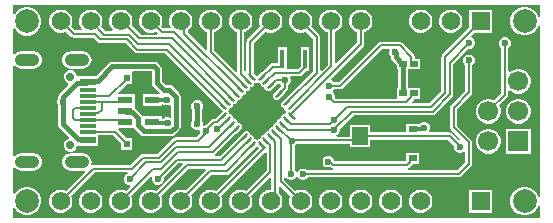
<source format=gbr>
%TF.GenerationSoftware,Altium Limited,Altium Designer,21.4.1 (30)*%
G04 Layer_Physical_Order=1*
G04 Layer_Color=255*
%FSLAX45Y45*%
%MOMM*%
%TF.SameCoordinates,CCA80653-F6CA-46C6-945C-E97865854BA3*%
%TF.FilePolarity,Positive*%
%TF.FileFunction,Copper,L1,Top,Signal*%
%TF.Part,Single*%
G01*
G75*
%TA.AperFunction,SMDPad,CuDef*%
%ADD10R,0.30000X1.60000*%
%TA.AperFunction,ConnectorPad*%
%ADD11R,1.45000X0.60000*%
%ADD12R,1.45000X0.30000*%
%TA.AperFunction,SMDPad,CuDef*%
%ADD13R,0.65000X0.50000*%
G04:AMPARAMS|DCode=14|XSize=0.23928mm|YSize=0.80964mm|CornerRadius=0.11964mm|HoleSize=0mm|Usage=FLASHONLY|Rotation=225.000|XOffset=0mm|YOffset=0mm|HoleType=Round|Shape=RoundedRectangle|*
%AMROUNDEDRECTD14*
21,1,0.23928,0.57035,0,0,225.0*
21,1,0.00000,0.80964,0,0,225.0*
1,1,0.23928,-0.20165,0.20165*
1,1,0.23928,-0.20165,0.20165*
1,1,0.23928,0.20165,-0.20165*
1,1,0.23928,0.20165,-0.20165*
%
%ADD14ROUNDEDRECTD14*%
G04:AMPARAMS|DCode=15|XSize=0.80964mm|YSize=0.23928mm|CornerRadius=0.11964mm|HoleSize=0mm|Usage=FLASHONLY|Rotation=225.000|XOffset=0mm|YOffset=0mm|HoleType=Round|Shape=RoundedRectangle|*
%AMROUNDEDRECTD15*
21,1,0.80964,0.00000,0,0,225.0*
21,1,0.57035,0.23928,0,0,225.0*
1,1,0.23928,-0.20165,-0.20165*
1,1,0.23928,0.20165,0.20165*
1,1,0.23928,0.20165,0.20165*
1,1,0.23928,-0.20165,-0.20165*
%
%ADD15ROUNDEDRECTD15*%
G04:AMPARAMS|DCode=16|XSize=0.80964mm|YSize=0.23928mm|CornerRadius=0mm|HoleSize=0mm|Usage=FLASHONLY|Rotation=225.000|XOffset=0mm|YOffset=0mm|HoleType=Round|Shape=Rectangle|*
%AMROTATEDRECTD16*
4,1,4,0.20165,0.37085,0.37085,0.20165,-0.20165,-0.37085,-0.37085,-0.20165,0.20165,0.37085,0.0*
%
%ADD16ROTATEDRECTD16*%

%ADD17P,4.59620X4X270.0*%
%ADD18R,1.35999X1.52999*%
%ADD19R,1.20000X0.60000*%
%ADD20R,0.50000X0.60000*%
%TA.AperFunction,Conductor*%
%ADD21C,0.20000*%
%ADD22C,0.40000*%
%ADD23C,0.30000*%
%TA.AperFunction,ComponentPad*%
%ADD24C,0.70000*%
%ADD25O,2.10000X1.05000*%
%ADD26C,2.00000*%
%ADD27R,1.57000X1.57000*%
%ADD28C,1.57000*%
%ADD29C,1.70000*%
%ADD30R,1.70000X1.70000*%
%TA.AperFunction,ViaPad*%
%ADD31C,0.60000*%
G36*
X4054801Y1562741D02*
X4042101Y1561069D01*
X4039622Y1570318D01*
X4023824Y1597682D01*
X4001482Y1620024D01*
X3974119Y1635822D01*
X3943598Y1644000D01*
X3912002D01*
X3881482Y1635822D01*
X3854118Y1620024D01*
X3831776Y1597682D01*
X3815978Y1570318D01*
X3807800Y1539798D01*
Y1508202D01*
X3815978Y1477682D01*
X3831776Y1450318D01*
X3854118Y1427976D01*
X3881482Y1412178D01*
X3912002Y1404000D01*
X3943598D01*
X3974119Y1412178D01*
X4001482Y1427976D01*
X4023824Y1450318D01*
X4039622Y1477682D01*
X4042101Y1486931D01*
X4054801Y1485259D01*
Y38741D01*
X4042101Y37069D01*
X4039622Y46318D01*
X4023824Y73682D01*
X4001482Y96024D01*
X3974119Y111822D01*
X3943598Y120000D01*
X3912002D01*
X3881482Y111822D01*
X3854118Y96024D01*
X3831776Y73682D01*
X3815978Y46318D01*
X3807800Y15798D01*
Y-15798D01*
X3815978Y-46318D01*
X3831776Y-73682D01*
X3854118Y-96024D01*
X3881482Y-111822D01*
X3912002Y-120000D01*
X3943598D01*
X3974119Y-111822D01*
X4001482Y-96024D01*
X4023824Y-73682D01*
X4039622Y-46318D01*
X4042101Y-37069D01*
X4054801Y-38741D01*
Y-139702D01*
X-402899D01*
Y-60927D01*
X-390199Y-57524D01*
X-382023Y-71685D01*
X-359681Y-94027D01*
X-332317Y-109826D01*
X-301797Y-118004D01*
X-270201D01*
X-239680Y-109826D01*
X-212317Y-94027D01*
X-189975Y-71685D01*
X-174177Y-44322D01*
X-165999Y-13802D01*
Y17795D01*
X-174177Y48315D01*
X-189975Y75678D01*
X-212317Y98020D01*
X-239680Y113819D01*
X-270201Y121996D01*
X-301797D01*
X-332317Y113819D01*
X-359681Y98020D01*
X-382023Y75678D01*
X-390199Y61517D01*
X-402899Y64920D01*
Y280167D01*
X-390199Y284478D01*
X-386971Y280270D01*
X-371826Y268649D01*
X-354189Y261344D01*
X-335263Y258852D01*
X-230263D01*
X-211337Y261344D01*
X-193700Y268649D01*
X-178555Y280270D01*
X-166934Y295415D01*
X-159629Y313052D01*
X-157137Y331978D01*
X-159629Y350904D01*
X-166934Y368541D01*
X-178555Y383686D01*
X-193700Y395307D01*
X-211337Y402612D01*
X-230263Y405104D01*
X-335263D01*
X-354189Y402612D01*
X-371826Y395307D01*
X-386971Y383686D01*
X-390199Y379478D01*
X-402899Y383789D01*
Y1144168D01*
X-390199Y1148479D01*
X-386971Y1144272D01*
X-371826Y1132651D01*
X-354189Y1125345D01*
X-335263Y1122854D01*
X-230263D01*
X-211337Y1125345D01*
X-193700Y1132651D01*
X-178555Y1144272D01*
X-166934Y1159417D01*
X-159629Y1177053D01*
X-157137Y1195979D01*
X-159629Y1214906D01*
X-166934Y1232542D01*
X-178555Y1247687D01*
X-193700Y1259308D01*
X-211337Y1266613D01*
X-230263Y1269105D01*
X-335263D01*
X-354189Y1266613D01*
X-371826Y1259308D01*
X-386971Y1247687D01*
X-390199Y1243479D01*
X-402899Y1247790D01*
Y1459075D01*
X-390199Y1462478D01*
X-382023Y1448317D01*
X-359681Y1425975D01*
X-332317Y1410176D01*
X-301797Y1401998D01*
X-270201D01*
X-239680Y1410176D01*
X-212317Y1425975D01*
X-189975Y1448317D01*
X-174177Y1475680D01*
X-165999Y1506200D01*
Y1537797D01*
X-174177Y1568317D01*
X-189975Y1595680D01*
X-212317Y1618022D01*
X-239680Y1633821D01*
X-270201Y1641998D01*
X-301797D01*
X-332317Y1633821D01*
X-359681Y1618022D01*
X-382023Y1595680D01*
X-390199Y1581519D01*
X-402899Y1584922D01*
Y1663698D01*
X4054801D01*
Y1562741D01*
D02*
G37*
%LPC*%
G36*
X3314968Y1622500D02*
X3289032D01*
X3263981Y1615787D01*
X3241520Y1602820D01*
X3223180Y1584480D01*
X3210213Y1562019D01*
X3203500Y1536968D01*
Y1511032D01*
X3210213Y1485981D01*
X3223180Y1463520D01*
X3241520Y1445180D01*
X3263981Y1432213D01*
X3289032Y1425500D01*
X3314968D01*
X3340019Y1432213D01*
X3362480Y1445180D01*
X3380820Y1463520D01*
X3393787Y1485981D01*
X3400500Y1511032D01*
Y1536968D01*
X3393787Y1562019D01*
X3380820Y1584480D01*
X3362480Y1602820D01*
X3340019Y1615787D01*
X3314968Y1622500D01*
D02*
G37*
G36*
X3060968D02*
X3035032D01*
X3009981Y1615787D01*
X2987520Y1602820D01*
X2969180Y1584480D01*
X2956213Y1562019D01*
X2949500Y1536968D01*
Y1511032D01*
X2956213Y1485981D01*
X2969180Y1463520D01*
X2987520Y1445180D01*
X3009981Y1432213D01*
X3035032Y1425500D01*
X3060968D01*
X3086019Y1432213D01*
X3108480Y1445180D01*
X3126820Y1463520D01*
X3139787Y1485981D01*
X3146500Y1511032D01*
Y1536968D01*
X3139787Y1562019D01*
X3126820Y1584480D01*
X3108480Y1602820D01*
X3086019Y1615787D01*
X3060968Y1622500D01*
D02*
G37*
G36*
X187740Y1269105D02*
X82740D01*
X63813Y1266613D01*
X46177Y1259308D01*
X31032Y1247687D01*
X19411Y1232542D01*
X12106Y1214906D01*
X9614Y1195979D01*
X12106Y1177053D01*
X19411Y1159417D01*
X31032Y1144272D01*
X46177Y1132651D01*
X63813Y1125345D01*
X82740Y1122854D01*
X187740D01*
X206666Y1125345D01*
X224303Y1132651D01*
X239447Y1144272D01*
X251068Y1159417D01*
X258374Y1177053D01*
X260865Y1195979D01*
X258374Y1214906D01*
X251068Y1232542D01*
X239447Y1247687D01*
X224303Y1259308D01*
X206666Y1266613D01*
X187740Y1269105D01*
D02*
G37*
G36*
X3654500Y1622500D02*
X3457500D01*
Y1468758D01*
X3230532Y1241790D01*
X3223902Y1231866D01*
X3221573Y1220161D01*
X3221573Y1220160D01*
Y932149D01*
X3118511Y829086D01*
X2975870D01*
X2971010Y840819D01*
X2988129Y857939D01*
X2988130Y857939D01*
X2994182Y866997D01*
X3041501D01*
Y956997D01*
X2939787D01*
Y1116999D01*
X2964726D01*
X2967681Y1116412D01*
X2970636Y1116999D01*
X3041501D01*
Y1206999D01*
X2997088D01*
Y1222919D01*
X2994760Y1234624D01*
X2988130Y1244547D01*
X2891210Y1341467D01*
X2881286Y1348098D01*
X2869581Y1350426D01*
X2869580Y1350426D01*
X2707917D01*
X2707916Y1350426D01*
X2696211Y1348098D01*
X2686287Y1341467D01*
X2352912Y1008092D01*
X2313465D01*
X2301665Y1019893D01*
X2294898Y1022695D01*
X2291918Y1037676D01*
X2561628Y1307386D01*
X2561629Y1307386D01*
X2568259Y1317310D01*
X2570588Y1329015D01*
Y1430221D01*
X2578019Y1432213D01*
X2600480Y1445180D01*
X2618820Y1463520D01*
X2631787Y1485981D01*
X2638500Y1511032D01*
Y1536968D01*
X2631787Y1562019D01*
X2618820Y1584480D01*
X2600480Y1602820D01*
X2578019Y1615787D01*
X2552968Y1622500D01*
X2527032D01*
X2501981Y1615787D01*
X2479520Y1602820D01*
X2461180Y1584480D01*
X2448213Y1562019D01*
X2441500Y1536968D01*
Y1511032D01*
X2448213Y1485981D01*
X2461180Y1463520D01*
X2479520Y1445180D01*
X2501981Y1432213D01*
X2509412Y1430221D01*
Y1341685D01*
X2333402Y1165675D01*
X2321668Y1170535D01*
Y1431583D01*
X2324019Y1432213D01*
X2346480Y1445180D01*
X2364820Y1463520D01*
X2377787Y1485981D01*
X2384500Y1511032D01*
Y1536968D01*
X2377787Y1562019D01*
X2364820Y1584480D01*
X2346480Y1602820D01*
X2324019Y1615787D01*
X2298968Y1622500D01*
X2273032D01*
X2247981Y1615787D01*
X2225520Y1602820D01*
X2207180Y1584480D01*
X2194213Y1562019D01*
X2187500Y1536968D01*
Y1511032D01*
X2194213Y1485981D01*
X2207180Y1463520D01*
X2225520Y1445180D01*
X2247981Y1432213D01*
X2260493Y1428860D01*
Y1154263D01*
X2209901Y1103672D01*
X2198168Y1108532D01*
Y1388419D01*
X2198168Y1388420D01*
X2195839Y1400125D01*
X2189209Y1410049D01*
X2119940Y1479317D01*
X2123787Y1485981D01*
X2130500Y1511032D01*
Y1536968D01*
X2123787Y1562019D01*
X2110820Y1584480D01*
X2092480Y1602820D01*
X2070019Y1615787D01*
X2044968Y1622500D01*
X2019032D01*
X1993981Y1615787D01*
X1971520Y1602820D01*
X1953180Y1584480D01*
X1940213Y1562019D01*
X1933500Y1536968D01*
Y1511032D01*
X1940213Y1485981D01*
X1953180Y1463520D01*
X1971520Y1445180D01*
X1993981Y1432213D01*
X2019032Y1425500D01*
X2044968D01*
X2070019Y1432213D01*
X2076683Y1436060D01*
X2136992Y1375750D01*
Y1101466D01*
X1924305Y888779D01*
X1915770Y883076D01*
X1875440Y842746D01*
X1868375Y832173D01*
X1865895Y819701D01*
X1868375Y807230D01*
X1875440Y796657D01*
X1879959Y793637D01*
X1888632Y784349D01*
X1888632Y784349D01*
X1888633Y784349D01*
X1910590Y762392D01*
X1903727Y752122D01*
X1901247Y739651D01*
X1901247Y739646D01*
X1898485Y736884D01*
X1886013Y734403D01*
X1875440Y727338D01*
X1868376Y716765D01*
X1865895Y704294D01*
X1863128Y701527D01*
X1850656Y699046D01*
X1840083Y691982D01*
X1833019Y681409D01*
X1830538Y668937D01*
X1827775Y666174D01*
X1827772Y666175D01*
X1815300Y663695D01*
X1804727Y656630D01*
X1797662Y646057D01*
X1795182Y633585D01*
X1792414Y630818D01*
X1779943Y628338D01*
X1769370Y621273D01*
X1762305Y610700D01*
X1759825Y598228D01*
X1759825Y598224D01*
X1757063Y595462D01*
X1744591Y592981D01*
X1734018Y585916D01*
X1726953Y575343D01*
X1724473Y562872D01*
X1721706Y560105D01*
X1709234Y557624D01*
X1698661Y550559D01*
X1691597Y539986D01*
X1689116Y527515D01*
X1686353Y524752D01*
X1686349Y524753D01*
X1673878Y522273D01*
X1664000Y515672D01*
X1654122Y522273D01*
X1641650Y524753D01*
X1641646Y524753D01*
X1638883Y527515D01*
X1636403Y539986D01*
X1629338Y550559D01*
X1618765Y557624D01*
X1606294Y560105D01*
X1603531Y562868D01*
X1603532Y562872D01*
X1601051Y575343D01*
X1593986Y585916D01*
X1583413Y592981D01*
X1570942Y595462D01*
X1558470Y592981D01*
X1547897Y585916D01*
X1507567Y545586D01*
X1501864Y537052D01*
X1347751Y382939D01*
X1308312D01*
X1304460Y395639D01*
X1307713Y397812D01*
X1474409Y564508D01*
X1482943Y570210D01*
X1523273Y610540D01*
X1530338Y621113D01*
X1532818Y633585D01*
X1530338Y646057D01*
X1523273Y656630D01*
X1512700Y663695D01*
X1500228Y666175D01*
X1497466Y668937D01*
X1494986Y681409D01*
X1487921Y691982D01*
X1477348Y699046D01*
X1464877Y701527D01*
X1462110Y704294D01*
X1459629Y716765D01*
X1452564Y727338D01*
X1441991Y734403D01*
X1429520Y736884D01*
X1426753Y739651D01*
X1424272Y752122D01*
X1417672Y762000D01*
X1424272Y771878D01*
X1426753Y784349D01*
X1429516Y787112D01*
X1429520Y787111D01*
X1441991Y789592D01*
X1452564Y796657D01*
X1459629Y807230D01*
X1462110Y819701D01*
X1464877Y822468D01*
X1477348Y824949D01*
X1487921Y832013D01*
X1494986Y842586D01*
X1497466Y855058D01*
X1497466Y855062D01*
X1500228Y857825D01*
X1512700Y860305D01*
X1523273Y867370D01*
X1530338Y877943D01*
X1532818Y890415D01*
X1535585Y893182D01*
X1548057Y895662D01*
X1558630Y902727D01*
X1565694Y913300D01*
X1568175Y925771D01*
X1570938Y928534D01*
X1570942Y928533D01*
X1583413Y931014D01*
X1593986Y938079D01*
X1601051Y948652D01*
X1603532Y961123D01*
X1603531Y961128D01*
X1606293Y963890D01*
X1618765Y966371D01*
X1629338Y973435D01*
X1636403Y984008D01*
X1638883Y996480D01*
X1641650Y999247D01*
X1654122Y1001727D01*
X1664000Y1008328D01*
X1673878Y1001727D01*
X1686349Y999247D01*
X1689116Y996480D01*
X1691597Y984008D01*
X1698661Y973435D01*
X1709234Y966371D01*
X1721706Y963890D01*
X1724473Y961123D01*
X1726953Y948652D01*
X1734018Y938079D01*
X1744591Y931014D01*
X1757063Y928533D01*
X1769535Y931014D01*
X1780108Y938079D01*
X1820438Y978409D01*
X1826139Y986941D01*
X1833637Y994439D01*
X1855116D01*
X1864652Y984904D01*
Y971616D01*
X1850388Y957352D01*
X1845057Y953790D01*
X1804727Y913460D01*
X1797662Y902887D01*
X1795181Y890415D01*
X1797662Y877943D01*
X1804727Y867370D01*
X1815300Y860305D01*
X1827771Y857825D01*
X1840243Y860305D01*
X1850816Y867370D01*
X1891146Y907700D01*
X1898211Y918273D01*
X1898307Y918756D01*
X1916867Y937316D01*
X1916868Y937317D01*
X1923499Y947240D01*
X1925827Y958946D01*
X1925827Y958947D01*
Y984904D01*
X1937627Y996704D01*
X1945239Y1015081D01*
Y1034973D01*
X1940827Y1045625D01*
X1949245Y1058325D01*
X2018260D01*
X2018262Y1058325D01*
X2029967Y1060653D01*
X2039891Y1067284D01*
X2075434Y1102827D01*
X2102176D01*
Y1302827D01*
X2032176D01*
Y1146085D01*
X2005592Y1119500D01*
X1912175D01*
Y1302827D01*
X1842175D01*
Y1169446D01*
X1793372D01*
X1793371Y1169446D01*
X1781665Y1167118D01*
X1771742Y1160487D01*
X1712169Y1100914D01*
X1703634Y1095212D01*
X1664000Y1055577D01*
X1631910Y1087666D01*
Y1334648D01*
X1733318Y1436059D01*
X1739981Y1432213D01*
X1765032Y1425500D01*
X1790968D01*
X1816019Y1432213D01*
X1838480Y1445180D01*
X1856820Y1463520D01*
X1869787Y1485981D01*
X1876500Y1511032D01*
Y1536968D01*
X1869787Y1562019D01*
X1856820Y1584480D01*
X1838480Y1602820D01*
X1816019Y1615787D01*
X1790968Y1622500D01*
X1765032D01*
X1739981Y1615787D01*
X1717520Y1602820D01*
X1699180Y1584480D01*
X1686213Y1562019D01*
X1679500Y1536968D01*
Y1511032D01*
X1686213Y1485981D01*
X1690060Y1479316D01*
X1579695Y1368947D01*
X1579694Y1368946D01*
X1573063Y1359023D01*
X1570735Y1347317D01*
X1570735Y1347316D01*
Y1104800D01*
X1558035Y1098012D01*
X1554588Y1100315D01*
Y1430221D01*
X1562019Y1432213D01*
X1584480Y1445180D01*
X1602820Y1463520D01*
X1615787Y1485981D01*
X1622500Y1511032D01*
Y1536968D01*
X1615787Y1562019D01*
X1602820Y1584480D01*
X1584480Y1602820D01*
X1562019Y1615787D01*
X1536968Y1622500D01*
X1511032D01*
X1485981Y1615787D01*
X1463520Y1602820D01*
X1445180Y1584480D01*
X1432213Y1562019D01*
X1425500Y1536968D01*
Y1511032D01*
X1432213Y1485981D01*
X1445180Y1463520D01*
X1463520Y1445180D01*
X1485981Y1432213D01*
X1493412Y1430221D01*
Y1098504D01*
X1481679Y1093644D01*
X1300588Y1274735D01*
Y1430221D01*
X1308019Y1432213D01*
X1330480Y1445180D01*
X1348820Y1463520D01*
X1361787Y1485981D01*
X1368500Y1511032D01*
Y1536968D01*
X1361787Y1562019D01*
X1348820Y1584480D01*
X1330480Y1602820D01*
X1308019Y1615787D01*
X1282968Y1622500D01*
X1257032D01*
X1231981Y1615787D01*
X1209520Y1602820D01*
X1191180Y1584480D01*
X1178213Y1562019D01*
X1171500Y1536968D01*
Y1511032D01*
X1178213Y1485981D01*
X1191180Y1463520D01*
X1209520Y1445180D01*
X1231981Y1432213D01*
X1239412Y1430221D01*
Y1281796D01*
X1227679Y1276935D01*
X1073324Y1431290D01*
X1074271Y1443905D01*
X1076480Y1445180D01*
X1094820Y1463520D01*
X1107787Y1485981D01*
X1114500Y1511032D01*
Y1536968D01*
X1107787Y1562019D01*
X1094820Y1584480D01*
X1076480Y1602820D01*
X1054019Y1615787D01*
X1028968Y1622500D01*
X1003032D01*
X977981Y1615787D01*
X955520Y1602820D01*
X937180Y1584480D01*
X924213Y1562019D01*
X917500Y1536968D01*
Y1511032D01*
X924213Y1485981D01*
X930538Y1475025D01*
X923205Y1462325D01*
X866933D01*
X849940Y1479317D01*
X853787Y1485981D01*
X860500Y1511032D01*
Y1536968D01*
X853787Y1562019D01*
X840820Y1584480D01*
X822480Y1602820D01*
X800019Y1615787D01*
X774968Y1622500D01*
X749032D01*
X723981Y1615787D01*
X701520Y1602820D01*
X683180Y1584480D01*
X670213Y1562019D01*
X663500Y1536968D01*
Y1511032D01*
X670213Y1485981D01*
X683180Y1463520D01*
X701520Y1445180D01*
X723981Y1432213D01*
X749032Y1425500D01*
X774968D01*
X800019Y1432213D01*
X806683Y1436060D01*
X820235Y1422508D01*
X814974Y1409808D01*
X678978D01*
X600425Y1488361D01*
X606500Y1511032D01*
Y1536968D01*
X599787Y1562019D01*
X586820Y1584480D01*
X568480Y1602820D01*
X546019Y1615787D01*
X520968Y1622500D01*
X495032D01*
X469981Y1615787D01*
X447520Y1602820D01*
X429180Y1584480D01*
X416213Y1562019D01*
X409500Y1536968D01*
Y1511032D01*
X416213Y1485981D01*
X429180Y1463520D01*
X438773Y1453927D01*
X433512Y1441227D01*
X380030D01*
X341940Y1479317D01*
X345787Y1485981D01*
X352500Y1511032D01*
Y1536968D01*
X345787Y1562019D01*
X332820Y1584480D01*
X314480Y1602820D01*
X292019Y1615787D01*
X266968Y1622500D01*
X241032D01*
X215981Y1615787D01*
X193520Y1602820D01*
X175180Y1584480D01*
X162213Y1562019D01*
X155500Y1536968D01*
Y1511032D01*
X162213Y1485981D01*
X175180Y1463520D01*
X181396Y1457304D01*
X176536Y1445571D01*
X121687D01*
X87940Y1479317D01*
X91787Y1485981D01*
X98500Y1511032D01*
Y1536968D01*
X91787Y1562019D01*
X78820Y1584480D01*
X60480Y1602820D01*
X38019Y1615787D01*
X12968Y1622500D01*
X-12968D01*
X-38019Y1615787D01*
X-60480Y1602820D01*
X-78820Y1584480D01*
X-91787Y1562019D01*
X-98500Y1536968D01*
Y1511032D01*
X-91787Y1485981D01*
X-78820Y1463520D01*
X-60480Y1445180D01*
X-38019Y1432213D01*
X-12968Y1425500D01*
X12968D01*
X38019Y1432213D01*
X44683Y1436060D01*
X87387Y1393355D01*
X87388Y1393354D01*
X97311Y1386724D01*
X109017Y1384396D01*
X277738D01*
X313122Y1349012D01*
X313123Y1349011D01*
X323046Y1342381D01*
X334752Y1340052D01*
X549081D01*
X628062Y1261071D01*
X637986Y1254441D01*
X649691Y1252112D01*
X649693Y1252112D01*
X883142D01*
X1325085Y810170D01*
X1330788Y801635D01*
X1370423Y762000D01*
X1330788Y722365D01*
X1325085Y713831D01*
X1308901Y697646D01*
X1296908D01*
X1285203Y695318D01*
X1275279Y688687D01*
X1228411Y641818D01*
X1220375D01*
X1216821Y640346D01*
X1204121Y648832D01*
Y660184D01*
X1196509Y678561D01*
X1196174Y678896D01*
Y771441D01*
X1199049Y774316D01*
X1206661Y792693D01*
Y812584D01*
X1199049Y830961D01*
X1184984Y845027D01*
X1166607Y852638D01*
X1146715D01*
X1128338Y845027D01*
X1114273Y830961D01*
X1106661Y812584D01*
Y792693D01*
X1114273Y774316D01*
X1114607Y773981D01*
Y681436D01*
X1111733Y678561D01*
X1104121Y660184D01*
Y640293D01*
X1111733Y621916D01*
X1125798Y607850D01*
X1144175Y600239D01*
X1164067D01*
X1167621Y601711D01*
X1180321Y593225D01*
Y581873D01*
X1182553Y576484D01*
X1147195Y541126D01*
X971717D01*
X971716Y541126D01*
X960011Y538798D01*
X950087Y532167D01*
X950086Y532167D01*
X816806Y398886D01*
X694382D01*
X694381Y398886D01*
X682676Y396558D01*
X672752Y389927D01*
X589482Y306658D01*
X276070D01*
X268879Y305227D01*
X263022Y309589D01*
X259516Y313516D01*
X258651Y315156D01*
X260865Y331978D01*
X258374Y350904D01*
X251068Y368541D01*
X239447Y383686D01*
X224303Y395307D01*
X206666Y402612D01*
X187740Y405104D01*
X82740D01*
X63813Y402612D01*
X46177Y395307D01*
X31032Y383686D01*
X19411Y368541D01*
X12106Y350904D01*
X9614Y331978D01*
X12106Y313052D01*
X19411Y295415D01*
X31032Y280270D01*
X46177Y268649D01*
X63813Y261344D01*
X82740Y258852D01*
X187740D01*
X199134Y260353D01*
X205066Y248324D01*
X44683Y87940D01*
X38019Y91787D01*
X12968Y98500D01*
X-12968D01*
X-38019Y91787D01*
X-60480Y78820D01*
X-78820Y60480D01*
X-91787Y38019D01*
X-98500Y12968D01*
Y-12968D01*
X-91787Y-38019D01*
X-78820Y-60480D01*
X-60480Y-78820D01*
X-38019Y-91787D01*
X-12968Y-98500D01*
X12968D01*
X38019Y-91787D01*
X60480Y-78820D01*
X78820Y-60480D01*
X91787Y-38019D01*
X98500Y-12968D01*
Y12968D01*
X91787Y38019D01*
X87940Y44683D01*
X288740Y245482D01*
X563784D01*
X566311Y232782D01*
X554298Y227807D01*
X540233Y213741D01*
X532621Y195364D01*
Y175473D01*
X540233Y157096D01*
X554298Y143030D01*
X572675Y135419D01*
X582200D01*
X587461Y122719D01*
X552683Y87940D01*
X546019Y91787D01*
X520968Y98500D01*
X495032D01*
X469981Y91787D01*
X447520Y78820D01*
X429180Y60480D01*
X416213Y38019D01*
X409500Y12968D01*
Y-12968D01*
X416213Y-38019D01*
X429180Y-60480D01*
X447520Y-78820D01*
X469981Y-91787D01*
X495032Y-98500D01*
X520968D01*
X546019Y-91787D01*
X568480Y-78820D01*
X586820Y-60480D01*
X599787Y-38019D01*
X606500Y-12968D01*
Y12968D01*
X599787Y38019D01*
X595940Y44683D01*
X761830Y210572D01*
X772596Y203378D01*
X771381Y200444D01*
Y180553D01*
X778993Y162176D01*
X793058Y148110D01*
X811435Y140499D01*
X831327D01*
X849704Y148110D01*
X863769Y162176D01*
X871381Y180553D01*
Y197241D01*
X995903Y321763D01*
X1029561D01*
X1034421Y310030D01*
X810264Y85873D01*
X800019Y91787D01*
X774968Y98500D01*
X749032D01*
X723981Y91787D01*
X701520Y78820D01*
X683180Y60480D01*
X670213Y38019D01*
X663500Y12968D01*
Y-12968D01*
X670213Y-38019D01*
X683180Y-60480D01*
X701520Y-78820D01*
X723981Y-91787D01*
X749032Y-98500D01*
X774968D01*
X800019Y-91787D01*
X822480Y-78820D01*
X840820Y-60480D01*
X853787Y-38019D01*
X860500Y-12968D01*
Y12968D01*
X853787Y38019D01*
X852008Y41101D01*
X1082577Y271671D01*
X1220941D01*
X1225801Y259938D01*
X1056322Y90458D01*
X1054019Y91787D01*
X1028968Y98500D01*
X1003032D01*
X977981Y91787D01*
X955520Y78820D01*
X937180Y60480D01*
X924213Y38019D01*
X917500Y12968D01*
Y-12968D01*
X924213Y-38019D01*
X937180Y-60480D01*
X955520Y-78820D01*
X977981Y-91787D01*
X1003032Y-98500D01*
X1028968D01*
X1054019Y-91787D01*
X1076480Y-78820D01*
X1094820Y-60480D01*
X1107787Y-38019D01*
X1114500Y-12968D01*
Y12968D01*
X1107787Y38019D01*
X1101423Y49043D01*
X1275790Y223411D01*
X1403484D01*
X1403486Y223411D01*
X1415191Y225739D01*
X1425114Y232370D01*
X1615831Y423086D01*
X1624365Y428789D01*
X1664000Y468423D01*
X1679583Y452840D01*
X1314683Y87940D01*
X1308019Y91787D01*
X1282968Y98500D01*
X1257032D01*
X1231981Y91787D01*
X1209520Y78820D01*
X1191180Y60480D01*
X1178213Y38019D01*
X1171500Y12968D01*
Y-12968D01*
X1178213Y-38019D01*
X1191180Y-60480D01*
X1209520Y-78820D01*
X1231981Y-91787D01*
X1257032Y-98500D01*
X1282968D01*
X1308019Y-91787D01*
X1330480Y-78820D01*
X1348820Y-60480D01*
X1361787Y-38019D01*
X1368500Y-12968D01*
Y12968D01*
X1361787Y38019D01*
X1357940Y44683D01*
X1731370Y418112D01*
X1738821Y415974D01*
X1744070Y410899D01*
Y263327D01*
X1568683Y87940D01*
X1562019Y91787D01*
X1536968Y98500D01*
X1511032D01*
X1485981Y91787D01*
X1463520Y78820D01*
X1445180Y60480D01*
X1432213Y38019D01*
X1425500Y12968D01*
Y-12968D01*
X1432213Y-38019D01*
X1445180Y-60480D01*
X1463520Y-78820D01*
X1485981Y-91787D01*
X1511032Y-98500D01*
X1536968D01*
X1562019Y-91787D01*
X1584480Y-78820D01*
X1602820Y-60480D01*
X1615787Y-38019D01*
X1622500Y-12968D01*
Y12968D01*
X1615787Y38019D01*
X1611940Y44683D01*
X1772336Y205079D01*
X1784070Y200219D01*
Y98500D01*
X1765032D01*
X1739981Y91787D01*
X1717520Y78820D01*
X1699180Y60480D01*
X1686213Y38019D01*
X1679500Y12968D01*
Y-12968D01*
X1686213Y-38019D01*
X1699180Y-60480D01*
X1717520Y-78820D01*
X1739981Y-91787D01*
X1765032Y-98500D01*
X1790968D01*
X1816019Y-91787D01*
X1838480Y-78820D01*
X1856820Y-60480D01*
X1869787Y-38019D01*
X1876500Y-12968D01*
Y12968D01*
X1869787Y38019D01*
X1856820Y60480D01*
X1844967Y72333D01*
X1845245Y73731D01*
Y126904D01*
X1856978Y131764D01*
X1944060Y44683D01*
X1940213Y38019D01*
X1933500Y12968D01*
Y-12968D01*
X1940213Y-38019D01*
X1953180Y-60480D01*
X1971520Y-78820D01*
X1993981Y-91787D01*
X2019032Y-98500D01*
X2044968D01*
X2070019Y-91787D01*
X2092480Y-78820D01*
X2110820Y-60480D01*
X2123787Y-38019D01*
X2130500Y-12968D01*
Y12968D01*
X2123787Y38019D01*
X2110820Y60480D01*
X2092480Y78820D01*
X2070019Y91787D01*
X2044968Y98500D01*
X2019032D01*
X1993981Y91787D01*
X1987317Y87940D01*
X1893369Y181889D01*
Y196861D01*
X1906069Y199387D01*
X1906753Y197736D01*
X1920818Y183670D01*
X1939195Y176059D01*
X1959087D01*
X1977464Y183670D01*
X1991529Y197736D01*
X1993068Y201451D01*
X2006814D01*
X2008353Y197736D01*
X2022418Y183670D01*
X2040795Y176059D01*
X2060687D01*
X2079064Y183670D01*
X2093129Y197736D01*
X2095347Y203091D01*
X3371540D01*
X3371541Y203091D01*
X3383246Y205419D01*
X3393170Y212050D01*
X3476989Y295869D01*
X3476990Y295870D01*
X3483620Y305793D01*
X3485949Y317498D01*
Y497837D01*
X3485949Y497838D01*
X3483620Y509544D01*
X3476990Y519467D01*
X3356409Y640049D01*
Y779808D01*
X3476990Y900390D01*
X3483620Y910313D01*
X3485949Y922018D01*
X3485949Y922020D01*
Y1150996D01*
X3497749Y1162796D01*
X3505361Y1181173D01*
Y1201064D01*
X3497749Y1219442D01*
X3483684Y1233507D01*
X3465307Y1241119D01*
X3445415D01*
X3427038Y1233507D01*
X3412973Y1219442D01*
X3405361Y1201064D01*
Y1181173D01*
X3412973Y1162796D01*
X3424773Y1150996D01*
Y934689D01*
X3304192Y814107D01*
X3297562Y804184D01*
X3295233Y792478D01*
X3295233Y792477D01*
Y627380D01*
X3295233Y627378D01*
X3297562Y615673D01*
X3304192Y605750D01*
X3382209Y527732D01*
X3377818Y514163D01*
X3373732Y513505D01*
X3313610Y573627D01*
X3303687Y580257D01*
X3291981Y582586D01*
X3291980Y582586D01*
X3121952D01*
X3117291Y595286D01*
X3124361Y612353D01*
Y632244D01*
X3116749Y650621D01*
X3102684Y664687D01*
X3084307Y672298D01*
X3064415D01*
X3046038Y664687D01*
X3042485Y661134D01*
X3031499Y656998D01*
X3031498Y656998D01*
Y656998D01*
X3031498Y656998D01*
X2926498D01*
Y582586D01*
X2622000D01*
Y648498D01*
X2446001D01*
Y544626D01*
X2336691D01*
X2334165Y557326D01*
X2345764Y562130D01*
X2359829Y576196D01*
X2367441Y594573D01*
Y614464D01*
X2367333Y614725D01*
X2480518Y727911D01*
X3147748D01*
X3147749Y727910D01*
X3159454Y730239D01*
X3169378Y736869D01*
X3314430Y881921D01*
X3321060Y891845D01*
X3323389Y903550D01*
X3323389Y903551D01*
Y1160808D01*
X3453699Y1291119D01*
X3470387D01*
X3488764Y1298730D01*
X3502829Y1312796D01*
X3510441Y1331173D01*
Y1351064D01*
X3502829Y1369441D01*
X3488764Y1383507D01*
X3480251Y1387033D01*
X3477271Y1402013D01*
X3500758Y1425500D01*
X3654500D01*
Y1622500D01*
D02*
G37*
G36*
X790329Y1181242D02*
X790328Y1181242D01*
X437288D01*
X421681Y1178138D01*
X408450Y1169297D01*
X408449Y1169296D01*
X298916Y1059763D01*
X236741D01*
X232801Y1058979D01*
X137240D01*
Y1063917D01*
X128867Y1084132D01*
X113395Y1099604D01*
X93180Y1107977D01*
X71300D01*
X51085Y1099604D01*
X35614Y1084132D01*
X27240Y1063917D01*
Y1042037D01*
X35614Y1021822D01*
X51085Y1006351D01*
X61662Y1001970D01*
X64641Y986989D01*
X-9065Y913283D01*
X-17905Y900052D01*
X-21010Y884445D01*
X-21010Y884443D01*
Y874239D01*
X-26187Y869061D01*
X-33799Y850684D01*
Y830793D01*
X-26187Y812416D01*
X-24583Y810811D01*
Y655453D01*
X-24583Y655452D01*
X-21478Y639845D01*
X-12638Y626613D01*
X72263Y541713D01*
X67577Y528438D01*
X51085Y521607D01*
X35614Y506135D01*
X27240Y485920D01*
Y464040D01*
X35614Y443825D01*
X51085Y428353D01*
X71300Y419980D01*
X93180D01*
X113395Y428353D01*
X128867Y443825D01*
X137240Y464040D01*
Y468978D01*
X319241D01*
Y558393D01*
X444753D01*
X513800Y489342D01*
Y432600D01*
X603800D01*
Y532600D01*
X557058D01*
X485362Y604299D01*
X490623Y616999D01*
X622120D01*
X624061Y614094D01*
X676593Y561562D01*
X676594Y561561D01*
X689825Y552721D01*
X705432Y549616D01*
X705433Y549616D01*
X934194D01*
X934195Y549616D01*
X949803Y552721D01*
X963034Y561561D01*
X1004037Y602565D01*
X1004038Y602565D01*
X1012879Y615797D01*
X1015983Y631404D01*
Y885989D01*
X1015983Y885991D01*
X1012879Y901598D01*
X1004038Y914829D01*
X1004037Y914830D01*
X946654Y972213D01*
X933423Y981054D01*
X917816Y984158D01*
X917815Y984158D01*
X888038D01*
X854544Y1017652D01*
Y1117027D01*
X851440Y1132634D01*
X842599Y1145865D01*
X842599Y1145866D01*
X819168Y1169297D01*
X805937Y1178138D01*
X803347Y1178653D01*
X790329Y1181242D01*
D02*
G37*
G36*
X3770107Y1386038D02*
X3750215D01*
X3731838Y1378427D01*
X3717773Y1364361D01*
X3710161Y1345984D01*
Y1326093D01*
X3717773Y1307716D01*
X3728873Y1296615D01*
Y913668D01*
X3669902Y854697D01*
X3660989Y859843D01*
X3634284Y866998D01*
X3606637D01*
X3579932Y859843D01*
X3555990Y846019D01*
X3536440Y826470D01*
X3522617Y802527D01*
X3515461Y775822D01*
Y748175D01*
X3522617Y721470D01*
X3536440Y697527D01*
X3555990Y677978D01*
X3579932Y664154D01*
X3606637Y656999D01*
X3634284D01*
X3660989Y664154D01*
X3684932Y677978D01*
X3704482Y697527D01*
X3718305Y721470D01*
X3725461Y748175D01*
Y775822D01*
X3718305Y802527D01*
X3713159Y811439D01*
X3781090Y879370D01*
X3787720Y889293D01*
X3790049Y900998D01*
X3790049Y901000D01*
Y933958D01*
X3802749Y939219D01*
X3809990Y931978D01*
X3833932Y918154D01*
X3860637Y910999D01*
X3888284D01*
X3914989Y918154D01*
X3938932Y931978D01*
X3958482Y951527D01*
X3972305Y975470D01*
X3979461Y1002175D01*
Y1029822D01*
X3972305Y1056527D01*
X3958482Y1080470D01*
X3938932Y1100019D01*
X3914989Y1113843D01*
X3888284Y1120998D01*
X3860637D01*
X3833932Y1113843D01*
X3809990Y1100019D01*
X3802749Y1092778D01*
X3790049Y1098039D01*
Y1295215D01*
X3802549Y1307716D01*
X3810161Y1326093D01*
Y1345984D01*
X3802549Y1364361D01*
X3788484Y1378427D01*
X3770107Y1386038D01*
D02*
G37*
G36*
X3888284Y866998D02*
X3860637D01*
X3833932Y859843D01*
X3809990Y846019D01*
X3790440Y826470D01*
X3776617Y802527D01*
X3769461Y775822D01*
Y748175D01*
X3776617Y721470D01*
X3790440Y697527D01*
X3809990Y677978D01*
X3833932Y664154D01*
X3860637Y656999D01*
X3888284D01*
X3914989Y664154D01*
X3938932Y677978D01*
X3958482Y697527D01*
X3972305Y721470D01*
X3979461Y748175D01*
Y775822D01*
X3972305Y802527D01*
X3958482Y826470D01*
X3938932Y846019D01*
X3914989Y859843D01*
X3888284Y866998D01*
D02*
G37*
G36*
X3979461Y612998D02*
X3769461D01*
Y402999D01*
X3979461D01*
Y612998D01*
D02*
G37*
G36*
X3634284D02*
X3606637D01*
X3579932Y605843D01*
X3555990Y592019D01*
X3536440Y572470D01*
X3522617Y548527D01*
X3515461Y521822D01*
Y494175D01*
X3522617Y467470D01*
X3536440Y443527D01*
X3555990Y423978D01*
X3579932Y410154D01*
X3606637Y402999D01*
X3634284D01*
X3660989Y410154D01*
X3684932Y423978D01*
X3704482Y443527D01*
X3718305Y467470D01*
X3725461Y494175D01*
Y521822D01*
X3718305Y548527D01*
X3704482Y572470D01*
X3684932Y592019D01*
X3660989Y605843D01*
X3634284Y612998D01*
D02*
G37*
G36*
X3654500Y98500D02*
X3457500D01*
Y-98500D01*
X3654500D01*
Y98500D01*
D02*
G37*
G36*
X3060968D02*
X3035032D01*
X3009981Y91787D01*
X2987520Y78820D01*
X2969180Y60480D01*
X2956213Y38019D01*
X2949500Y12968D01*
Y-12968D01*
X2956213Y-38019D01*
X2969180Y-60480D01*
X2987520Y-78820D01*
X3009981Y-91787D01*
X3035032Y-98500D01*
X3060968D01*
X3086019Y-91787D01*
X3108480Y-78820D01*
X3126820Y-60480D01*
X3139787Y-38019D01*
X3146500Y-12968D01*
Y12968D01*
X3139787Y38019D01*
X3126820Y60480D01*
X3108480Y78820D01*
X3086019Y91787D01*
X3060968Y98500D01*
D02*
G37*
G36*
X2806968D02*
X2781032D01*
X2755981Y91787D01*
X2733520Y78820D01*
X2715180Y60480D01*
X2702213Y38019D01*
X2695500Y12968D01*
Y-12968D01*
X2702213Y-38019D01*
X2715180Y-60480D01*
X2733520Y-78820D01*
X2755981Y-91787D01*
X2781032Y-98500D01*
X2806968D01*
X2832019Y-91787D01*
X2854480Y-78820D01*
X2872820Y-60480D01*
X2885787Y-38019D01*
X2892500Y-12968D01*
Y12968D01*
X2885787Y38019D01*
X2872820Y60480D01*
X2854480Y78820D01*
X2832019Y91787D01*
X2806968Y98500D01*
D02*
G37*
G36*
X2552968D02*
X2527032D01*
X2501981Y91787D01*
X2479520Y78820D01*
X2461180Y60480D01*
X2448213Y38019D01*
X2441500Y12968D01*
Y-12968D01*
X2448213Y-38019D01*
X2461180Y-60480D01*
X2479520Y-78820D01*
X2501981Y-91787D01*
X2527032Y-98500D01*
X2552968D01*
X2578019Y-91787D01*
X2600480Y-78820D01*
X2618820Y-60480D01*
X2631787Y-38019D01*
X2638500Y-12968D01*
Y12968D01*
X2631787Y38019D01*
X2618820Y60480D01*
X2600480Y78820D01*
X2578019Y91787D01*
X2552968Y98500D01*
D02*
G37*
G36*
X2298968D02*
X2273032D01*
X2247981Y91787D01*
X2225520Y78820D01*
X2207180Y60480D01*
X2194213Y38019D01*
X2187500Y12968D01*
Y-12968D01*
X2194213Y-38019D01*
X2207180Y-60480D01*
X2225520Y-78820D01*
X2247981Y-91787D01*
X2273032Y-98500D01*
X2298968D01*
X2324019Y-91787D01*
X2346480Y-78820D01*
X2364820Y-60480D01*
X2377787Y-38019D01*
X2384500Y-12968D01*
Y12968D01*
X2377787Y38019D01*
X2364820Y60480D01*
X2346480Y78820D01*
X2324019Y91787D01*
X2298968Y98500D01*
D02*
G37*
G36*
X266968D02*
X241032D01*
X215981Y91787D01*
X193520Y78820D01*
X175180Y60480D01*
X162213Y38019D01*
X155500Y12968D01*
Y-12968D01*
X162213Y-38019D01*
X175180Y-60480D01*
X193520Y-78820D01*
X215981Y-91787D01*
X241032Y-98500D01*
X266968D01*
X292019Y-91787D01*
X314480Y-78820D01*
X332820Y-60480D01*
X345787Y-38019D01*
X352500Y-12968D01*
Y12968D01*
X345787Y38019D01*
X332820Y60480D01*
X314480Y78820D01*
X292019Y91787D01*
X266968Y98500D01*
D02*
G37*
%LPD*%
G36*
X2785864Y1276550D02*
X2783061Y1269784D01*
Y1249893D01*
X2790673Y1231516D01*
X2796104Y1226084D01*
Y1216616D01*
X2796104Y1216615D01*
X2799209Y1201008D01*
X2808049Y1187777D01*
X2846504Y1149323D01*
Y1116999D01*
X2858220D01*
Y956997D01*
X2846504D01*
Y869086D01*
X2327271D01*
X2319181Y877176D01*
Y893864D01*
X2311569Y912241D01*
X2302213Y921597D01*
X2301718Y933802D01*
X2303476Y936928D01*
X2313465Y946917D01*
X2365581D01*
X2365582Y946917D01*
X2377288Y949245D01*
X2387211Y955876D01*
X2720586Y1289251D01*
X2777378D01*
X2785864Y1276550D01*
D02*
G37*
G36*
X3330455Y470267D02*
X3329161Y467144D01*
Y447253D01*
X3336773Y428876D01*
X3350838Y414810D01*
X3369215Y407199D01*
X3389107D01*
X3407484Y414810D01*
X3412073Y419400D01*
X3424773Y414139D01*
Y330168D01*
X3358871Y264266D01*
X2937959D01*
X2936708Y276966D01*
X2945633Y278742D01*
X2955556Y285372D01*
X2978127Y307943D01*
X2984179Y317001D01*
X3031498D01*
Y407001D01*
X2926498D01*
Y349957D01*
X2925910Y347001D01*
X2918087Y337589D01*
X2318412D01*
X2316641Y339360D01*
Y345224D01*
X2309029Y363601D01*
X2294964Y377667D01*
X2276587Y385278D01*
X2256695D01*
X2238318Y377667D01*
X2224253Y363601D01*
X2216641Y345224D01*
Y325333D01*
X2224253Y306956D01*
X2238318Y292890D01*
X2256695Y285279D01*
X2276587D01*
X2281975Y287510D01*
X2284114Y285372D01*
X2294037Y278742D01*
X2302961Y276966D01*
X2301710Y264266D01*
X2083244D01*
X2079064Y268447D01*
X2060687Y276058D01*
X2040795D01*
X2022418Y268447D01*
X2008353Y254381D01*
X2006814Y250666D01*
X1993068D01*
X1991529Y254381D01*
X1982269Y263642D01*
Y470576D01*
X1982544Y470690D01*
X1995304Y483451D01*
X2446001D01*
Y455498D01*
X2622000D01*
Y521410D01*
X3279311D01*
X3330455Y470267D01*
D02*
G37*
G36*
X772977Y1000760D02*
X772977Y1000758D01*
X776082Y985151D01*
X784922Y971920D01*
X837147Y919696D01*
X831886Y906996D01*
X695401D01*
Y806996D01*
X855401D01*
Y821651D01*
X868101Y823385D01*
X873577Y817909D01*
X891954Y810297D01*
X911845D01*
X921716Y814386D01*
X934416Y805900D01*
Y716163D01*
X921716Y707677D01*
X915147Y710398D01*
X895255D01*
X876878Y702787D01*
X873476Y699384D01*
X855401D01*
Y716999D01*
X695401D01*
X687424Y726395D01*
X681738Y734905D01*
X681737Y734906D01*
X635805Y780838D01*
X625399Y787791D01*
Y906996D01*
X489246D01*
X484386Y918729D01*
X557056Y991400D01*
X603800D01*
Y1091400D01*
X613072Y1099675D01*
X772977D01*
Y1000760D01*
D02*
G37*
D10*
X1877175Y1202827D02*
D03*
X1972172D02*
D03*
X2067176D02*
D03*
D11*
X226741Y438978D02*
D03*
Y518978D02*
D03*
Y1008979D02*
D03*
Y1088979D02*
D03*
D12*
Y588980D02*
D03*
Y638978D02*
D03*
Y688980D02*
D03*
Y738977D02*
D03*
Y938982D02*
D03*
Y888980D02*
D03*
Y838982D02*
D03*
Y788980D02*
D03*
D13*
X2889001Y611998D02*
D03*
X2978998D02*
D03*
X2899004Y911997D02*
D03*
X2989001D02*
D03*
X2899004Y1161999D02*
D03*
X2989001D02*
D03*
X2978998Y362001D02*
D03*
X2889001D02*
D03*
D14*
X1954002Y719485D02*
D03*
X1918650Y684129D02*
D03*
X1883293Y648772D02*
D03*
X1847937Y613420D02*
D03*
X1812580Y578063D02*
D03*
X1777228Y542707D02*
D03*
X1741871Y507350D02*
D03*
X1706514Y471998D02*
D03*
X1373998Y804515D02*
D03*
X1409355Y839866D02*
D03*
X1444711Y875223D02*
D03*
X1480063Y910580D02*
D03*
X1515420Y945937D02*
D03*
X1550777Y981288D02*
D03*
X1586128Y1016645D02*
D03*
X1621485Y1052002D02*
D03*
D15*
Y471998D02*
D03*
X1586128Y507350D02*
D03*
X1550777Y542707D02*
D03*
X1515420Y578063D02*
D03*
X1480063Y613420D02*
D03*
X1444711Y648772D02*
D03*
X1409355Y684129D02*
D03*
X1373998Y719485D02*
D03*
X1706514Y1052002D02*
D03*
X1741871Y1016645D02*
D03*
X1777228Y981288D02*
D03*
X1812580Y945937D02*
D03*
X1847936Y910580D02*
D03*
X1883293Y875223D02*
D03*
X1918650Y839866D02*
D03*
D16*
X1954002Y804515D02*
D03*
D17*
X1664000Y762000D02*
D03*
D18*
X2534001Y958997D02*
D03*
Y551998D02*
D03*
D19*
X775401Y666999D02*
D03*
Y762000D02*
D03*
Y856996D02*
D03*
X545399D02*
D03*
Y762000D02*
D03*
Y666999D02*
D03*
D20*
X668802Y482600D02*
D03*
X558800D02*
D03*
X668802Y1041400D02*
D03*
X558800D02*
D03*
D21*
X1777228Y981288D02*
X1777228D01*
X1820967Y1025027D02*
X1895239D01*
Y958946D02*
Y1025027D01*
X1777228Y981288D02*
X1820967Y1025027D01*
X1847936Y910580D02*
Y911643D01*
X1895239Y958946D01*
X2067176Y1137827D02*
Y1202827D01*
X2018262Y1088913D02*
X2067176Y1137827D01*
X1814139Y1088913D02*
X2018262D01*
X1741871Y1016645D02*
X1814139Y1088913D01*
X1877175Y1143858D02*
Y1202827D01*
X1706514Y1052002D02*
X1793371Y1138858D01*
X1872175D01*
X1877175Y1143858D01*
X1918650Y839866D02*
X2167580Y1088796D01*
Y1388420D01*
X1954002Y804515D02*
X2291081Y1141594D01*
X1943519Y732534D02*
X2540000Y1329015D01*
X226741Y588980D02*
X457424D01*
X226741Y688980D02*
X493420D01*
X411378Y888980D02*
X558800Y1036401D01*
Y1041400D01*
X226746Y838977D02*
X346400D01*
X527380D01*
X231739Y743976D02*
X318216D01*
X348275Y774035D01*
X346400Y838977D02*
X348275Y837103D01*
Y774035D02*
Y837103D01*
X216743Y788980D02*
X221737Y783981D01*
X221742Y783976D01*
X226741Y788980D01*
X119700Y688980D02*
X226741D01*
Y888980D02*
X411378D01*
X226741Y738977D02*
X231739Y743976D01*
X119278Y788980D02*
X216743D01*
X102560Y772262D02*
X119278Y788980D01*
X102560Y706120D02*
Y772262D01*
Y706120D02*
X119700Y688980D01*
X515396Y666999D02*
X545399D01*
X493420Y688980D02*
X515396Y666999D01*
X558800Y482600D02*
Y487599D01*
X457424Y588980D02*
X558800Y487599D01*
X848633Y274318D02*
X993755Y419441D01*
X782318Y274318D02*
X848633D01*
X508000Y0D02*
X782318Y274318D01*
X971716Y510538D02*
X1159865D01*
X829476Y368298D02*
X971716Y510538D01*
X1159865D02*
X1230321Y580995D01*
Y600471D01*
X1296908Y667058D01*
X1943519Y729968D02*
Y732534D01*
Y729968D02*
X1954002Y719485D01*
X3252161Y919478D02*
Y1220161D01*
X3147749Y758498D02*
X3292801Y903550D01*
X3131181Y798498D02*
X3252161Y919478D01*
X2419317Y798498D02*
X3131181D01*
X3292801Y903550D02*
Y1173478D01*
X2467848Y758498D02*
X3147749D01*
X3325821Y627378D02*
Y792478D01*
X3455361Y922018D02*
Y1191119D01*
X3325821Y792478D02*
X3455361Y922018D01*
X3292801Y1173478D02*
X3460441Y1341118D01*
X2278175Y657356D02*
X2311697Y690878D01*
X3252161Y1220161D02*
X3556000Y1524000D01*
X2311697Y690878D02*
X2419317Y798498D01*
X1951681Y228598D02*
Y510538D01*
X1949141Y226058D02*
X1951681Y228598D01*
Y510538D02*
X1954221Y513078D01*
Y514039D02*
X2496041D01*
X1423795Y627855D02*
X1444711Y648772D01*
X1423795Y624240D02*
Y627855D01*
X1259293Y459738D02*
X1423795Y624240D01*
X993755Y419441D02*
X1286084D01*
X1480063Y613420D01*
X977484Y459738D02*
X1259293D01*
X1321571Y667058D02*
X1373998Y719485D01*
X1321761Y607058D02*
X1331221D01*
X1408292Y684129D02*
X1409355D01*
X1331221Y607058D02*
X1408292Y684129D01*
X1296908Y667058D02*
X1321571D01*
X1722973Y452973D02*
Y455539D01*
X1706514Y471998D02*
X1722973Y455539D01*
X1270000Y0D02*
X1722973Y452973D01*
X846044Y328299D02*
X977484Y459738D01*
X895812Y1282700D02*
X1373998Y804515D01*
X649691Y1282700D02*
X895812D01*
X658002Y1330960D02*
X918261D01*
X578322Y1410640D02*
X658002Y1330960D01*
X666308Y1379220D02*
X940714D01*
X1444711Y875223D01*
X918261Y1330960D02*
X1409355Y839866D01*
X521528Y1524000D02*
X666308Y1379220D01*
X561751Y1370640D02*
X649691Y1282700D01*
X683802Y984061D02*
Y1026400D01*
X717241Y939798D02*
Y950622D01*
X668802Y1041400D02*
X683802Y1026400D01*
Y984061D02*
X717241Y950622D01*
X1883294Y648772D02*
X1927547Y604518D01*
X1883293Y648772D02*
X1883294D01*
X2314601Y838498D02*
X2925431D01*
X2888701Y611998D02*
X2889001D01*
X2925431Y838498D02*
X2966501Y879568D01*
X2873701Y626998D02*
Y698498D01*
X2269181Y883918D02*
X2314601Y838498D01*
X1927547Y604518D02*
X2317441D01*
X2873701Y626998D02*
X2888701Y611998D01*
X2317441Y608091D02*
X2467848Y758498D01*
X2534001Y551998D02*
X3291981D01*
X3379161Y464818D01*
X2317441Y604518D02*
Y608091D01*
X775401Y757178D02*
Y762000D01*
Y757178D02*
X775661Y756918D01*
X2286000Y1524000D02*
X2291081Y1518919D01*
Y1141594D02*
Y1518919D01*
X2226001Y1178558D02*
X2231081D01*
X2032000Y1524000D02*
X2167580Y1388420D01*
X2869581Y1319838D02*
X2966501Y1222919D01*
X2707916Y1319838D02*
X2869581D01*
X2365582Y977505D02*
X2707916Y1319838D01*
X2784801Y899158D02*
X2794961Y888998D01*
X2784801Y899158D02*
Y909318D01*
X2966501Y1148179D02*
Y1222919D01*
Y1148179D02*
X2967681Y1146999D01*
X2273342Y977505D02*
X2365582D01*
X3759461Y900998D02*
Y1335338D01*
X3620461Y761998D02*
X3759461Y900998D01*
Y1335338D02*
X3760161Y1336038D01*
X3394401Y765808D02*
Y789938D01*
X3620461Y1015998D01*
X3455361Y317498D02*
Y497838D01*
X3325821Y627378D02*
X3455361Y497838D01*
X2050741Y226058D02*
X2058361Y233678D01*
X3371541D01*
X1774657Y250657D02*
Y473505D01*
X1524000Y0D02*
X1774657Y250657D01*
X1812580Y578063D02*
X1862781Y527862D01*
Y169219D02*
X2032000Y0D01*
X1862781Y169219D02*
Y527862D01*
X694381Y368298D02*
X829476D01*
X602152Y276070D02*
X694381Y368298D01*
X725501Y328299D02*
X846044D01*
X582621Y185418D02*
X725501Y328299D01*
X0Y0D02*
X276070Y276070D01*
X602152D01*
X1918650Y684129D02*
X1919713D01*
X1946486Y657356D01*
X2278175D01*
X3371541Y233678D02*
X3455361Y317498D01*
X3379161Y457198D02*
Y464818D01*
X2540000Y1329015D02*
Y1524000D01*
X2970838Y361340D02*
X2979659D01*
X2956498Y329572D02*
Y347001D01*
X2933927Y307001D02*
X2956498Y329572D01*
X2305742Y307001D02*
X2933927D01*
X2277465Y335278D02*
X2305742Y307001D01*
X2956498Y347001D02*
X2970838Y361340D01*
X2266641Y335278D02*
X2277465D01*
X2981501Y911997D02*
X2989001D01*
X2966501Y896997D02*
X2981501Y911997D01*
X2966501Y879568D02*
Y896997D01*
X1847937Y613420D02*
X1947318Y514039D01*
X2496041D02*
X2534001Y551998D01*
X3280101Y1502101D02*
X3302000Y1524000D01*
X1643681Y782318D02*
X1664000Y762000D01*
X1519881Y782318D02*
X1643681D01*
X1741871Y506291D02*
Y507350D01*
Y506291D02*
X1774657Y473505D01*
X1403486Y253998D02*
X1621485Y471998D01*
X1263120Y253998D02*
X1403486D01*
X1016000Y6878D02*
X1263120Y253998D01*
X767649Y0D02*
X1069907Y302258D01*
X1381037D02*
X1586128Y507350D01*
X1069907Y302258D02*
X1381037D01*
X821381Y190498D02*
X983233Y352351D01*
X1360421D01*
X1550777Y542707D01*
X762000Y0D02*
X767649D01*
X1016000D02*
Y6878D01*
X1515420Y578063D02*
X1664000Y726643D01*
Y762000D01*
X1770070D02*
X1883293Y875223D01*
X1664000Y762000D02*
X1770070D01*
X1664000D02*
Y797357D01*
X1812580Y945937D01*
X1778000Y37074D02*
X1814657Y73731D01*
Y504215D01*
X1778000Y0D02*
Y37074D01*
X1777228Y541645D02*
X1814657Y504215D01*
X1777228Y541645D02*
Y542707D01*
X334752Y1370640D02*
X561751D01*
X508000Y1524000D02*
X521528D01*
X367360Y1410640D02*
X578322D01*
X290408Y1414983D02*
X334752Y1370640D01*
X254000Y1524000D02*
X367360Y1410640D01*
X109017Y1414983D02*
X290408D01*
X0Y1524000D02*
X109017Y1414983D01*
X854263Y1431737D02*
X958906D01*
X762000Y1524000D02*
X854263Y1431737D01*
X958906D02*
X1480063Y910580D01*
X1601323Y1347318D02*
X1778000Y1524000D01*
X1601323Y1072170D02*
Y1347318D01*
Y1072170D02*
X1621485Y1052002D01*
X1524000Y1078774D02*
Y1524000D01*
Y1078774D02*
X1586128Y1016645D01*
X1270000Y1262065D02*
Y1524000D01*
Y1262065D02*
X1550777Y981288D01*
X1016000Y1524000D02*
X1042213Y1497787D01*
Y1419144D02*
Y1497787D01*
Y1419144D02*
X1515420Y945937D01*
X527380Y838977D02*
X545399Y856996D01*
D22*
X705432Y590400D02*
X934195D01*
X19774Y884445D02*
X134308Y998979D01*
X19774Y844311D02*
Y884445D01*
X16201Y840738D02*
X19774Y844311D01*
X16201Y655452D02*
Y840738D01*
X216741Y528978D02*
X226741Y518978D01*
X142675Y528978D02*
X216741D01*
X16201Y655452D02*
X142675Y528978D01*
X236741Y1018979D02*
X315809D01*
X437288Y1140458D01*
X790329D01*
X813761Y1117027D01*
Y1000758D02*
Y1117027D01*
Y1000758D02*
X871145Y943375D01*
X917816D01*
X975200Y885991D01*
Y631404D02*
Y885991D01*
X934195Y590400D02*
X975200Y631404D01*
X652900Y642932D02*
X705432Y590400D01*
X652900Y642932D02*
Y706067D01*
X606966Y752000D02*
X652900Y706067D01*
X555399Y752000D02*
X606966D01*
X545399Y762000D02*
X555399Y752000D01*
X134308Y998979D02*
X216741D01*
X236741Y1018979D01*
X2836888Y1216615D02*
Y1256012D01*
X2833061Y1259838D02*
X2836888Y1256012D01*
X2891503Y1161999D02*
X2899004D01*
X2836888Y1216615D02*
X2891503Y1161999D01*
X2899004Y911997D02*
Y1161999D01*
X1155391Y651508D02*
Y801368D01*
X1154121Y650238D02*
X1155391Y651508D01*
Y801368D02*
X1156661Y802638D01*
D23*
X3055942Y611998D02*
X3066243Y622298D01*
X3074361D01*
X2978998Y611998D02*
X3055942D01*
X775401Y666999D02*
X778701Y663699D01*
X901901D01*
X905201Y660398D01*
X775401Y856996D02*
X778702Y860297D01*
X901900D01*
D24*
X82240Y474980D02*
D03*
Y1052977D02*
D03*
D25*
X-282763Y331978D02*
D03*
Y1195979D02*
D03*
X135240Y331978D02*
D03*
Y1195979D02*
D03*
D26*
X-285999Y1521998D02*
D03*
X3927800Y1524000D02*
D03*
Y0D02*
D03*
X-285999Y1996D02*
D03*
D27*
X3556000Y0D02*
D03*
Y1524000D02*
D03*
D28*
X3302000Y0D02*
D03*
X3048000D02*
D03*
X2794000D02*
D03*
X2540000D02*
D03*
X2286000D02*
D03*
X2032000D02*
D03*
X1778000D02*
D03*
X1524000D02*
D03*
X1270000D02*
D03*
X1016000D02*
D03*
X762000D02*
D03*
X508000D02*
D03*
X254000D02*
D03*
X0D02*
D03*
X3302000Y1524000D02*
D03*
X3048000D02*
D03*
X2794000D02*
D03*
X2540000D02*
D03*
X2286000D02*
D03*
X2032000D02*
D03*
X1778000D02*
D03*
X1524000D02*
D03*
X1270000D02*
D03*
X1016000D02*
D03*
X762000D02*
D03*
X508000D02*
D03*
X254000D02*
D03*
X0D02*
D03*
D29*
X3620461Y1015998D02*
D03*
Y507998D02*
D03*
Y761998D02*
D03*
X3874461D02*
D03*
Y1015998D02*
D03*
D30*
Y507998D02*
D03*
D31*
X1895239Y1025027D02*
D03*
X1230321Y591818D02*
D03*
X2830521Y373378D02*
D03*
X2754321D02*
D03*
X1949141Y226058D02*
D03*
X1321761Y607058D02*
D03*
X717241Y939798D02*
D03*
X2873701Y698498D02*
D03*
X2311697Y690878D02*
D03*
X775661Y756918D02*
D03*
X1954221Y513078D02*
D03*
X2231081Y1178558D02*
D03*
X3074361Y622298D02*
D03*
X2833061Y1259838D02*
D03*
X2784801Y909318D02*
D03*
X3760161Y1336038D02*
D03*
X3132781Y919478D02*
D03*
X3394401Y765808D02*
D03*
X2050741Y226058D02*
D03*
X1154121Y650238D02*
D03*
X1156661Y802638D02*
D03*
X16201Y840738D02*
D03*
X2317441Y604518D02*
D03*
X3379161Y457198D02*
D03*
X3455361Y1191119D02*
D03*
X2266641Y335278D02*
D03*
X2269181Y883918D02*
D03*
X2273342Y977505D02*
D03*
X905201Y660398D02*
D03*
X901900Y860297D02*
D03*
X3460441Y1341118D02*
D03*
X1578301Y840738D02*
D03*
X1519881Y782318D02*
D03*
X582621Y185418D02*
D03*
X821381Y190498D02*
D03*
%TF.MD5,3b22334376cda4058ef16f67971fb229*%
M02*

</source>
